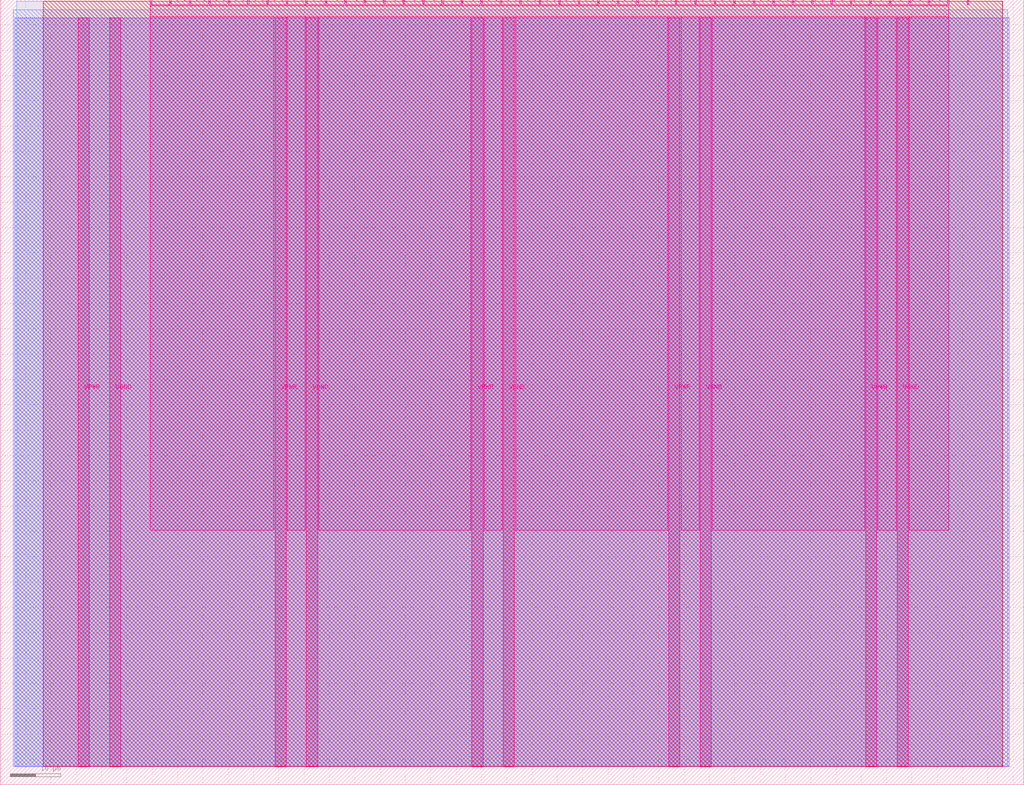
<source format=lef>
VERSION 5.7 ;
  NOWIREEXTENSIONATPIN ON ;
  DIVIDERCHAR "/" ;
  BUSBITCHARS "[]" ;
MACRO tt_um_flummer_ltc
  CLASS BLOCK ;
  FOREIGN tt_um_flummer_ltc ;
  ORIGIN 0.000 0.000 ;
  SIZE 202.080 BY 154.980 ;
  PIN VGND
    DIRECTION INOUT ;
    USE GROUND ;
    PORT
      LAYER Metal5 ;
        RECT 21.580 3.560 23.780 151.420 ;
    END
    PORT
      LAYER Metal5 ;
        RECT 60.450 3.560 62.650 151.420 ;
    END
    PORT
      LAYER Metal5 ;
        RECT 99.320 3.560 101.520 151.420 ;
    END
    PORT
      LAYER Metal5 ;
        RECT 138.190 3.560 140.390 151.420 ;
    END
    PORT
      LAYER Metal5 ;
        RECT 177.060 3.560 179.260 151.420 ;
    END
  END VGND
  PIN VPWR
    DIRECTION INOUT ;
    USE POWER ;
    PORT
      LAYER Metal5 ;
        RECT 15.380 3.560 17.580 151.420 ;
    END
    PORT
      LAYER Metal5 ;
        RECT 54.250 3.560 56.450 151.420 ;
    END
    PORT
      LAYER Metal5 ;
        RECT 93.120 3.560 95.320 151.420 ;
    END
    PORT
      LAYER Metal5 ;
        RECT 131.990 3.560 134.190 151.420 ;
    END
    PORT
      LAYER Metal5 ;
        RECT 170.860 3.560 173.060 151.420 ;
    END
  END VPWR
  PIN clk
    DIRECTION INPUT ;
    USE SIGNAL ;
    ANTENNAGATEAREA 0.213200 ;
    PORT
      LAYER Metal5 ;
        RECT 187.050 153.980 187.350 154.980 ;
    END
  END clk
  PIN ena
    DIRECTION INPUT ;
    USE SIGNAL ;
    PORT
      LAYER Metal5 ;
        RECT 190.890 153.980 191.190 154.980 ;
    END
  END ena
  PIN rst_n
    DIRECTION INPUT ;
    USE SIGNAL ;
    ANTENNAGATEAREA 0.639600 ;
    PORT
      LAYER Metal5 ;
        RECT 183.210 153.980 183.510 154.980 ;
    END
  END rst_n
  PIN ui_in[0]
    DIRECTION INPUT ;
    USE SIGNAL ;
    ANTENNAGATEAREA 0.180700 ;
    PORT
      LAYER Metal5 ;
        RECT 179.370 153.980 179.670 154.980 ;
    END
  END ui_in[0]
  PIN ui_in[1]
    DIRECTION INPUT ;
    USE SIGNAL ;
    ANTENNAGATEAREA 0.180700 ;
    PORT
      LAYER Metal5 ;
        RECT 175.530 153.980 175.830 154.980 ;
    END
  END ui_in[1]
  PIN ui_in[2]
    DIRECTION INPUT ;
    USE SIGNAL ;
    ANTENNAGATEAREA 0.213200 ;
    PORT
      LAYER Metal5 ;
        RECT 171.690 153.980 171.990 154.980 ;
    END
  END ui_in[2]
  PIN ui_in[3]
    DIRECTION INPUT ;
    USE SIGNAL ;
    ANTENNAGATEAREA 0.213200 ;
    PORT
      LAYER Metal5 ;
        RECT 167.850 153.980 168.150 154.980 ;
    END
  END ui_in[3]
  PIN ui_in[4]
    DIRECTION INPUT ;
    USE SIGNAL ;
    ANTENNAGATEAREA 0.180700 ;
    PORT
      LAYER Metal5 ;
        RECT 164.010 153.980 164.310 154.980 ;
    END
  END ui_in[4]
  PIN ui_in[5]
    DIRECTION INPUT ;
    USE SIGNAL ;
    ANTENNAGATEAREA 0.180700 ;
    PORT
      LAYER Metal5 ;
        RECT 160.170 153.980 160.470 154.980 ;
    END
  END ui_in[5]
  PIN ui_in[6]
    DIRECTION INPUT ;
    USE SIGNAL ;
    ANTENNAGATEAREA 0.180700 ;
    PORT
      LAYER Metal5 ;
        RECT 156.330 153.980 156.630 154.980 ;
    END
  END ui_in[6]
  PIN ui_in[7]
    DIRECTION INPUT ;
    USE SIGNAL ;
    ANTENNAGATEAREA 0.180700 ;
    PORT
      LAYER Metal5 ;
        RECT 152.490 153.980 152.790 154.980 ;
    END
  END ui_in[7]
  PIN uio_in[0]
    DIRECTION INPUT ;
    USE SIGNAL ;
    ANTENNAGATEAREA 0.180700 ;
    PORT
      LAYER Metal5 ;
        RECT 148.650 153.980 148.950 154.980 ;
    END
  END uio_in[0]
  PIN uio_in[1]
    DIRECTION INPUT ;
    USE SIGNAL ;
    ANTENNAGATEAREA 0.180700 ;
    PORT
      LAYER Metal5 ;
        RECT 144.810 153.980 145.110 154.980 ;
    END
  END uio_in[1]
  PIN uio_in[2]
    DIRECTION INPUT ;
    USE SIGNAL ;
    ANTENNAGATEAREA 0.180700 ;
    PORT
      LAYER Metal5 ;
        RECT 140.970 153.980 141.270 154.980 ;
    END
  END uio_in[2]
  PIN uio_in[3]
    DIRECTION INPUT ;
    USE SIGNAL ;
    ANTENNAGATEAREA 0.180700 ;
    PORT
      LAYER Metal5 ;
        RECT 137.130 153.980 137.430 154.980 ;
    END
  END uio_in[3]
  PIN uio_in[4]
    DIRECTION INPUT ;
    USE SIGNAL ;
    ANTENNAGATEAREA 0.180700 ;
    PORT
      LAYER Metal5 ;
        RECT 133.290 153.980 133.590 154.980 ;
    END
  END uio_in[4]
  PIN uio_in[5]
    DIRECTION INPUT ;
    USE SIGNAL ;
    ANTENNAGATEAREA 0.180700 ;
    PORT
      LAYER Metal5 ;
        RECT 129.450 153.980 129.750 154.980 ;
    END
  END uio_in[5]
  PIN uio_in[6]
    DIRECTION INPUT ;
    USE SIGNAL ;
    ANTENNAGATEAREA 0.180700 ;
    PORT
      LAYER Metal5 ;
        RECT 125.610 153.980 125.910 154.980 ;
    END
  END uio_in[6]
  PIN uio_in[7]
    DIRECTION INPUT ;
    USE SIGNAL ;
    PORT
      LAYER Metal5 ;
        RECT 121.770 153.980 122.070 154.980 ;
    END
  END uio_in[7]
  PIN uio_oe[0]
    DIRECTION OUTPUT ;
    USE SIGNAL ;
    ANTENNADIFFAREA 0.299200 ;
    PORT
      LAYER Metal5 ;
        RECT 56.490 153.980 56.790 154.980 ;
    END
  END uio_oe[0]
  PIN uio_oe[1]
    DIRECTION OUTPUT ;
    USE SIGNAL ;
    ANTENNADIFFAREA 0.299200 ;
    PORT
      LAYER Metal5 ;
        RECT 52.650 153.980 52.950 154.980 ;
    END
  END uio_oe[1]
  PIN uio_oe[2]
    DIRECTION OUTPUT ;
    USE SIGNAL ;
    ANTENNADIFFAREA 0.299200 ;
    PORT
      LAYER Metal5 ;
        RECT 48.810 153.980 49.110 154.980 ;
    END
  END uio_oe[2]
  PIN uio_oe[3]
    DIRECTION OUTPUT ;
    USE SIGNAL ;
    ANTENNADIFFAREA 0.299200 ;
    PORT
      LAYER Metal5 ;
        RECT 44.970 153.980 45.270 154.980 ;
    END
  END uio_oe[3]
  PIN uio_oe[4]
    DIRECTION OUTPUT ;
    USE SIGNAL ;
    ANTENNADIFFAREA 0.299200 ;
    PORT
      LAYER Metal5 ;
        RECT 41.130 153.980 41.430 154.980 ;
    END
  END uio_oe[4]
  PIN uio_oe[5]
    DIRECTION OUTPUT ;
    USE SIGNAL ;
    ANTENNADIFFAREA 0.299200 ;
    PORT
      LAYER Metal5 ;
        RECT 37.290 153.980 37.590 154.980 ;
    END
  END uio_oe[5]
  PIN uio_oe[6]
    DIRECTION OUTPUT ;
    USE SIGNAL ;
    ANTENNADIFFAREA 0.299200 ;
    PORT
      LAYER Metal5 ;
        RECT 33.450 153.980 33.750 154.980 ;
    END
  END uio_oe[6]
  PIN uio_oe[7]
    DIRECTION OUTPUT ;
    USE SIGNAL ;
    ANTENNADIFFAREA 0.392700 ;
    PORT
      LAYER Metal5 ;
        RECT 29.610 153.980 29.910 154.980 ;
    END
  END uio_oe[7]
  PIN uio_out[0]
    DIRECTION OUTPUT ;
    USE SIGNAL ;
    ANTENNADIFFAREA 0.299200 ;
    PORT
      LAYER Metal5 ;
        RECT 87.210 153.980 87.510 154.980 ;
    END
  END uio_out[0]
  PIN uio_out[1]
    DIRECTION OUTPUT ;
    USE SIGNAL ;
    ANTENNADIFFAREA 0.299200 ;
    PORT
      LAYER Metal5 ;
        RECT 83.370 153.980 83.670 154.980 ;
    END
  END uio_out[1]
  PIN uio_out[2]
    DIRECTION OUTPUT ;
    USE SIGNAL ;
    ANTENNADIFFAREA 0.299200 ;
    PORT
      LAYER Metal5 ;
        RECT 79.530 153.980 79.830 154.980 ;
    END
  END uio_out[2]
  PIN uio_out[3]
    DIRECTION OUTPUT ;
    USE SIGNAL ;
    ANTENNADIFFAREA 0.299200 ;
    PORT
      LAYER Metal5 ;
        RECT 75.690 153.980 75.990 154.980 ;
    END
  END uio_out[3]
  PIN uio_out[4]
    DIRECTION OUTPUT ;
    USE SIGNAL ;
    ANTENNADIFFAREA 0.299200 ;
    PORT
      LAYER Metal5 ;
        RECT 71.850 153.980 72.150 154.980 ;
    END
  END uio_out[4]
  PIN uio_out[5]
    DIRECTION OUTPUT ;
    USE SIGNAL ;
    ANTENNADIFFAREA 0.299200 ;
    PORT
      LAYER Metal5 ;
        RECT 68.010 153.980 68.310 154.980 ;
    END
  END uio_out[5]
  PIN uio_out[6]
    DIRECTION OUTPUT ;
    USE SIGNAL ;
    ANTENNADIFFAREA 0.299200 ;
    PORT
      LAYER Metal5 ;
        RECT 64.170 153.980 64.470 154.980 ;
    END
  END uio_out[6]
  PIN uio_out[7]
    DIRECTION OUTPUT ;
    USE SIGNAL ;
    ANTENNADIFFAREA 0.654800 ;
    PORT
      LAYER Metal5 ;
        RECT 60.330 153.980 60.630 154.980 ;
    END
  END uio_out[7]
  PIN uo_out[0]
    DIRECTION OUTPUT ;
    USE SIGNAL ;
    ANTENNADIFFAREA 0.988000 ;
    PORT
      LAYER Metal5 ;
        RECT 117.930 153.980 118.230 154.980 ;
    END
  END uo_out[0]
  PIN uo_out[1]
    DIRECTION OUTPUT ;
    USE SIGNAL ;
    ANTENNADIFFAREA 0.654800 ;
    PORT
      LAYER Metal5 ;
        RECT 114.090 153.980 114.390 154.980 ;
    END
  END uo_out[1]
  PIN uo_out[2]
    DIRECTION OUTPUT ;
    USE SIGNAL ;
    ANTENNADIFFAREA 0.654800 ;
    PORT
      LAYER Metal5 ;
        RECT 110.250 153.980 110.550 154.980 ;
    END
  END uo_out[2]
  PIN uo_out[3]
    DIRECTION OUTPUT ;
    USE SIGNAL ;
    ANTENNADIFFAREA 0.654800 ;
    PORT
      LAYER Metal5 ;
        RECT 106.410 153.980 106.710 154.980 ;
    END
  END uo_out[3]
  PIN uo_out[4]
    DIRECTION OUTPUT ;
    USE SIGNAL ;
    ANTENNADIFFAREA 0.654800 ;
    PORT
      LAYER Metal5 ;
        RECT 102.570 153.980 102.870 154.980 ;
    END
  END uo_out[4]
  PIN uo_out[5]
    DIRECTION OUTPUT ;
    USE SIGNAL ;
    ANTENNADIFFAREA 0.654800 ;
    PORT
      LAYER Metal5 ;
        RECT 98.730 153.980 99.030 154.980 ;
    END
  END uo_out[5]
  PIN uo_out[6]
    DIRECTION OUTPUT ;
    USE SIGNAL ;
    ANTENNADIFFAREA 0.654800 ;
    PORT
      LAYER Metal5 ;
        RECT 94.890 153.980 95.190 154.980 ;
    END
  END uo_out[6]
  PIN uo_out[7]
    DIRECTION OUTPUT ;
    USE SIGNAL ;
    ANTENNADIFFAREA 0.654800 ;
    PORT
      LAYER Metal5 ;
        RECT 91.050 153.980 91.350 154.980 ;
    END
  END uo_out[7]
  OBS
      LAYER GatPoly ;
        RECT 2.880 3.630 199.200 151.350 ;
      LAYER Metal1 ;
        RECT 2.880 3.560 199.200 151.420 ;
      LAYER Metal2 ;
        RECT 2.605 3.680 198.865 152.980 ;
      LAYER Metal3 ;
        RECT 3.260 3.635 197.860 154.705 ;
      LAYER Metal4 ;
        RECT 8.495 3.680 197.905 154.660 ;
      LAYER Metal5 ;
        RECT 30.120 153.770 33.240 153.980 ;
        RECT 33.960 153.770 37.080 153.980 ;
        RECT 37.800 153.770 40.920 153.980 ;
        RECT 41.640 153.770 44.760 153.980 ;
        RECT 45.480 153.770 48.600 153.980 ;
        RECT 49.320 153.770 52.440 153.980 ;
        RECT 53.160 153.770 56.280 153.980 ;
        RECT 57.000 153.770 60.120 153.980 ;
        RECT 60.840 153.770 63.960 153.980 ;
        RECT 64.680 153.770 67.800 153.980 ;
        RECT 68.520 153.770 71.640 153.980 ;
        RECT 72.360 153.770 75.480 153.980 ;
        RECT 76.200 153.770 79.320 153.980 ;
        RECT 80.040 153.770 83.160 153.980 ;
        RECT 83.880 153.770 87.000 153.980 ;
        RECT 87.720 153.770 90.840 153.980 ;
        RECT 91.560 153.770 94.680 153.980 ;
        RECT 95.400 153.770 98.520 153.980 ;
        RECT 99.240 153.770 102.360 153.980 ;
        RECT 103.080 153.770 106.200 153.980 ;
        RECT 106.920 153.770 110.040 153.980 ;
        RECT 110.760 153.770 113.880 153.980 ;
        RECT 114.600 153.770 117.720 153.980 ;
        RECT 118.440 153.770 121.560 153.980 ;
        RECT 122.280 153.770 125.400 153.980 ;
        RECT 126.120 153.770 129.240 153.980 ;
        RECT 129.960 153.770 133.080 153.980 ;
        RECT 133.800 153.770 136.920 153.980 ;
        RECT 137.640 153.770 140.760 153.980 ;
        RECT 141.480 153.770 144.600 153.980 ;
        RECT 145.320 153.770 148.440 153.980 ;
        RECT 149.160 153.770 152.280 153.980 ;
        RECT 153.000 153.770 156.120 153.980 ;
        RECT 156.840 153.770 159.960 153.980 ;
        RECT 160.680 153.770 163.800 153.980 ;
        RECT 164.520 153.770 167.640 153.980 ;
        RECT 168.360 153.770 171.480 153.980 ;
        RECT 172.200 153.770 175.320 153.980 ;
        RECT 176.040 153.770 179.160 153.980 ;
        RECT 179.880 153.770 183.000 153.980 ;
        RECT 183.720 153.770 186.840 153.980 ;
        RECT 29.660 151.630 187.300 153.770 ;
        RECT 29.660 50.255 54.040 151.630 ;
        RECT 56.660 50.255 60.240 151.630 ;
        RECT 62.860 50.255 92.910 151.630 ;
        RECT 95.530 50.255 99.110 151.630 ;
        RECT 101.730 50.255 131.780 151.630 ;
        RECT 134.400 50.255 137.980 151.630 ;
        RECT 140.600 50.255 170.650 151.630 ;
        RECT 173.270 50.255 176.850 151.630 ;
        RECT 179.470 50.255 187.300 151.630 ;
  END
END tt_um_flummer_ltc
END LIBRARY


</source>
